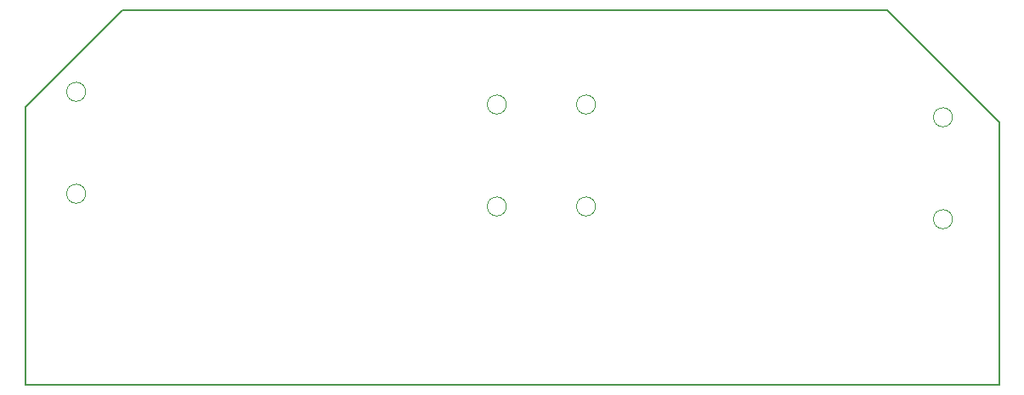
<source format=gbr>
G04 #@! TF.FileFunction,Legend,Bot*
%FSLAX46Y46*%
G04 Gerber Fmt 4.6, Leading zero omitted, Abs format (unit mm)*
G04 Created by KiCad (PCBNEW 4.0.1-stable) date 2016-05-02 8:22:51 PM*
%MOMM*%
G01*
G04 APERTURE LIST*
%ADD10C,0.100000*%
%ADD11C,0.150000*%
G04 APERTURE END LIST*
D10*
D11*
X202184000Y-92710000D02*
X202184000Y-93472000D01*
X202184000Y-94234000D02*
X202184000Y-92710000D01*
X105156000Y-94234000D02*
X202184000Y-94234000D01*
X202184000Y-68072000D02*
X202184000Y-92964000D01*
X191008000Y-56896000D02*
X202184000Y-68072000D01*
X187706000Y-56896000D02*
X191008000Y-56896000D01*
X185420000Y-56896000D02*
X187706000Y-56896000D01*
X114808000Y-56896000D02*
X185420000Y-56896000D01*
X113792000Y-57912000D02*
X114808000Y-56896000D01*
X113284000Y-58420000D02*
X113792000Y-57912000D01*
X112014000Y-59690000D02*
X113284000Y-58420000D01*
X105156000Y-66548000D02*
X112014000Y-59690000D01*
X105156000Y-94234000D02*
X105156000Y-66548000D01*
D10*
X197545490Y-77724000D02*
G75*
G03X197545490Y-77724000I-949490J0D01*
G01*
X197545490Y-67564000D02*
G75*
G03X197545490Y-67564000I-949490J0D01*
G01*
X161985490Y-76454000D02*
G75*
G03X161985490Y-76454000I-949490J0D01*
G01*
X161985490Y-66294000D02*
G75*
G03X161985490Y-66294000I-949490J0D01*
G01*
X153095490Y-76454000D02*
G75*
G03X153095490Y-76454000I-949490J0D01*
G01*
X153095490Y-66294000D02*
G75*
G03X153095490Y-66294000I-949490J0D01*
G01*
X111185490Y-75184000D02*
G75*
G03X111185490Y-75184000I-949490J0D01*
G01*
X111185490Y-65024000D02*
G75*
G03X111185490Y-65024000I-949490J0D01*
G01*
M02*

</source>
